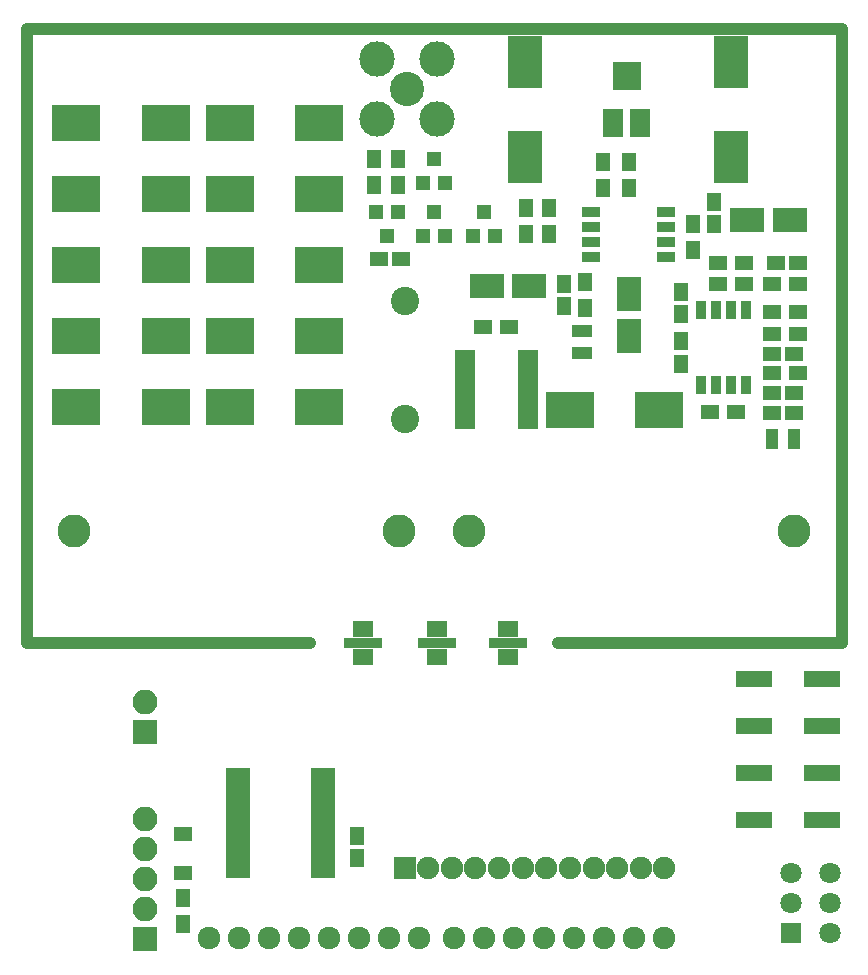
<source format=gbr>
G04 #@! TF.FileFunction,Soldermask,Top*
%FSLAX46Y46*%
G04 Gerber Fmt 4.6, Leading zero omitted, Abs format (unit mm)*
G04 Created by KiCad (PCBNEW 4.0.7) date 01/28/18 01:48:11*
%MOMM*%
%LPD*%
G01*
G04 APERTURE LIST*
%ADD10C,0.100000*%
%ADD11C,1.000000*%
%ADD12R,1.900000X1.900000*%
%ADD13C,1.900000*%
%ADD14C,2.400000*%
%ADD15C,2.800000*%
%ADD16R,1.670000X0.806400*%
%ADD17R,4.150000X3.100000*%
%ADD18R,3.000000X2.000000*%
%ADD19R,1.600000X1.300000*%
%ADD20R,1.150000X1.600000*%
%ADD21R,1.600000X1.150000*%
%ADD22R,2.900000X4.400000*%
%ADD23R,1.200000X1.300000*%
%ADD24R,1.300000X1.600000*%
%ADD25R,2.150000X0.850000*%
%ADD26R,2.100000X2.100000*%
%ADD27O,2.100000X2.100000*%
%ADD28R,1.700000X2.400000*%
%ADD29R,2.400000X2.400000*%
%ADD30R,1.700000X1.400000*%
%ADD31R,3.300000X0.900000*%
%ADD32R,2.000000X3.000000*%
%ADD33R,1.100000X1.700000*%
%ADD34R,1.700000X1.100000*%
%ADD35R,1.543000X0.908000*%
%ADD36R,0.908000X1.543000*%
%ADD37R,1.800000X1.800000*%
%ADD38C,1.800000*%
%ADD39R,3.150000X1.400000*%
%ADD40C,1.924000*%
%ADD41C,2.900000*%
%ADD42C,3.000000*%
G04 APERTURE END LIST*
D10*
D11*
X137000000Y-105000000D02*
X161000000Y-105000000D01*
X206000000Y-105000000D02*
X182000000Y-105000000D01*
X206000000Y-53000000D02*
X206000000Y-105000000D01*
X137000000Y-53000000D02*
X206000000Y-53000000D01*
X137000000Y-105000000D02*
X137000000Y-53000000D01*
D12*
X169000000Y-124000000D03*
D13*
X171000000Y-124000000D03*
X173000000Y-124000000D03*
X175000000Y-124000000D03*
X177000000Y-124000000D03*
X179000000Y-124000000D03*
X181000000Y-124000000D03*
X183000000Y-124000000D03*
X185000000Y-124000000D03*
X187000000Y-124000000D03*
X189000000Y-124000000D03*
X191000000Y-124000000D03*
D14*
X169000000Y-76000000D03*
X169000000Y-86000000D03*
D15*
X202000000Y-95500000D03*
X174500000Y-95500000D03*
D16*
X179417000Y-86421000D03*
X179417000Y-85786000D03*
X179417000Y-85125600D03*
X179417000Y-84465200D03*
X179417000Y-83830200D03*
X179417000Y-83169800D03*
X179417000Y-82509400D03*
X179417000Y-81874400D03*
X179417000Y-81214000D03*
X179417000Y-80579000D03*
X174083000Y-80579000D03*
X174083000Y-81214000D03*
X174083000Y-81874400D03*
X174083000Y-82509400D03*
X174083000Y-83169800D03*
X174083000Y-83830200D03*
X174083000Y-84465200D03*
X174083000Y-85125600D03*
X174083000Y-85786000D03*
X174083000Y-86421000D03*
D17*
X154225000Y-61000000D03*
X161775000Y-61000000D03*
D18*
X198000000Y-69200000D03*
X201600000Y-69200000D03*
D19*
X200100000Y-78800000D03*
X202300000Y-78800000D03*
D20*
X195200000Y-67650000D03*
X195200000Y-69550000D03*
X182500000Y-76450000D03*
X182500000Y-74550000D03*
D21*
X200100000Y-85500000D03*
X202000000Y-85500000D03*
D20*
X192400000Y-81350000D03*
X192400000Y-79450000D03*
D22*
X179200000Y-63800000D03*
X179200000Y-55800000D03*
D20*
X192400000Y-75250000D03*
X192400000Y-77150000D03*
D21*
X202350000Y-72800000D03*
X200450000Y-72800000D03*
X200100000Y-80500000D03*
X202000000Y-80500000D03*
X200100000Y-83850000D03*
X202000000Y-83850000D03*
D20*
X165000000Y-121300000D03*
X165000000Y-123200000D03*
D23*
X168450000Y-68500000D03*
X166550000Y-68500000D03*
X167500000Y-70500000D03*
X170550000Y-70500000D03*
X172450000Y-70500000D03*
X171500000Y-68500000D03*
X170550000Y-66000000D03*
X172450000Y-66000000D03*
X171500000Y-64000000D03*
X174800000Y-70500000D03*
X176700000Y-70500000D03*
X175750000Y-68500000D03*
D24*
X166400000Y-64000000D03*
X166400000Y-66200000D03*
X179250000Y-68150000D03*
X179250000Y-70350000D03*
X181250000Y-68150000D03*
X181250000Y-70350000D03*
X185800000Y-64300000D03*
X185800000Y-66500000D03*
X188000000Y-64300000D03*
X188000000Y-66500000D03*
X193400000Y-71700000D03*
X193400000Y-69500000D03*
D19*
X195500000Y-72800000D03*
X197700000Y-72800000D03*
X197700000Y-74600000D03*
X195500000Y-74600000D03*
X202300000Y-74600000D03*
X200100000Y-74600000D03*
X202300000Y-77000000D03*
X200100000Y-77000000D03*
X200100000Y-82150000D03*
X202300000Y-82150000D03*
X197100000Y-85400000D03*
X194900000Y-85400000D03*
X177850000Y-78250000D03*
X175650000Y-78250000D03*
D25*
X154900000Y-116025000D03*
X154900000Y-116675000D03*
X154900000Y-117325000D03*
X154900000Y-117975000D03*
X154900000Y-118625000D03*
X154900000Y-119275000D03*
X154900000Y-119925000D03*
X154900000Y-120575000D03*
X154900000Y-121225000D03*
X154900000Y-121875000D03*
X154900000Y-122525000D03*
X154900000Y-123175000D03*
X154900000Y-123825000D03*
X154900000Y-124475000D03*
X162100000Y-124475000D03*
X162100000Y-123825000D03*
X162100000Y-123175000D03*
X162100000Y-122525000D03*
X162100000Y-121875000D03*
X162100000Y-121225000D03*
X162100000Y-120575000D03*
X162100000Y-119925000D03*
X162100000Y-119275000D03*
X162100000Y-118625000D03*
X162100000Y-117975000D03*
X162100000Y-117325000D03*
X162100000Y-116675000D03*
X162100000Y-116025000D03*
D19*
X150250000Y-124500000D03*
X150250000Y-121200000D03*
D26*
X147000000Y-130080000D03*
D27*
X147000000Y-127540000D03*
X147000000Y-125000000D03*
X147000000Y-122460000D03*
X147000000Y-119920000D03*
D24*
X150250000Y-126550000D03*
X150250000Y-128750000D03*
D22*
X196600000Y-55800000D03*
X196600000Y-63800000D03*
D18*
X175950000Y-74750000D03*
X179550000Y-74750000D03*
D28*
X188950000Y-61000000D03*
D29*
X187800000Y-57000000D03*
D28*
X186650000Y-61000000D03*
D30*
X177750000Y-103800000D03*
X177750000Y-106200000D03*
D31*
X177750000Y-105000000D03*
D30*
X165500000Y-103800000D03*
X165500000Y-106200000D03*
D31*
X165500000Y-105000000D03*
D30*
X171750000Y-106200000D03*
X171750000Y-103800000D03*
D31*
X171750000Y-105000000D03*
D17*
X141225000Y-61000000D03*
X148775000Y-61000000D03*
X141225000Y-67000000D03*
X148775000Y-67000000D03*
X141225000Y-73000000D03*
X148775000Y-73000000D03*
X141225000Y-79000000D03*
X148775000Y-79000000D03*
X141225000Y-85000000D03*
X148775000Y-85000000D03*
X154225000Y-67000000D03*
X161775000Y-67000000D03*
X154225000Y-73000000D03*
X161775000Y-73000000D03*
X154225000Y-79000000D03*
X161775000Y-79000000D03*
X154225000Y-85000000D03*
X161775000Y-85000000D03*
X190575000Y-85250000D03*
X183025000Y-85250000D03*
D24*
X168450000Y-66200000D03*
X168450000Y-64000000D03*
D32*
X188000000Y-79000000D03*
X188000000Y-75400000D03*
D15*
X168500000Y-95500000D03*
X141000000Y-95500000D03*
D24*
X184250000Y-76600000D03*
X184250000Y-74400000D03*
D33*
X202000000Y-87700000D03*
X200100000Y-87700000D03*
D34*
X184000000Y-78550000D03*
X184000000Y-80450000D03*
D35*
X191175000Y-68495000D03*
X191175000Y-69765000D03*
X191175000Y-71035000D03*
X191175000Y-72305000D03*
X184825000Y-72305000D03*
X184825000Y-71035000D03*
X184825000Y-69765000D03*
X184825000Y-68495000D03*
D36*
X197905000Y-83175000D03*
X196635000Y-83175000D03*
X195365000Y-83175000D03*
X194095000Y-83175000D03*
X194095000Y-76825000D03*
X195365000Y-76825000D03*
X196635000Y-76825000D03*
X197905000Y-76825000D03*
D37*
X201700000Y-129500000D03*
D38*
X201700000Y-127000000D03*
X201700000Y-124500000D03*
X205000000Y-129500000D03*
X205000000Y-127000000D03*
X205000000Y-124500000D03*
D21*
X168700000Y-72500000D03*
X166800000Y-72500000D03*
D39*
X204375000Y-112000000D03*
X198625000Y-112000000D03*
X198625000Y-108000000D03*
X204375000Y-108000000D03*
X204375000Y-120000000D03*
X198625000Y-120000000D03*
X198625000Y-116000000D03*
X204375000Y-116000000D03*
D40*
X190990000Y-130000000D03*
X188450000Y-130000000D03*
X185910000Y-130000000D03*
X183370000Y-130000000D03*
X180830000Y-130000000D03*
X178290000Y-130000000D03*
X175750000Y-130000000D03*
X173210000Y-130000000D03*
X170240000Y-130000000D03*
X167700000Y-130000000D03*
X165160000Y-130000000D03*
X162620000Y-130000000D03*
X160080000Y-130000000D03*
X157540000Y-130000000D03*
X155000000Y-130000000D03*
X152460000Y-130000000D03*
D26*
X147000000Y-112540000D03*
D27*
X147000000Y-110000000D03*
D41*
X169250000Y-58110000D03*
D42*
X171790000Y-55570000D03*
X166710000Y-55570000D03*
X166710000Y-60650000D03*
X171790000Y-60650000D03*
M02*

</source>
